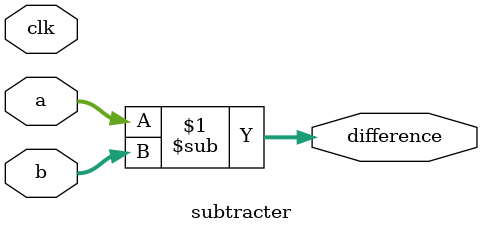
<source format=v>
module subtracter(input clk, input [3:0] a, b, output [7:0] difference);

    assign difference = a - b;


endmodule
</source>
